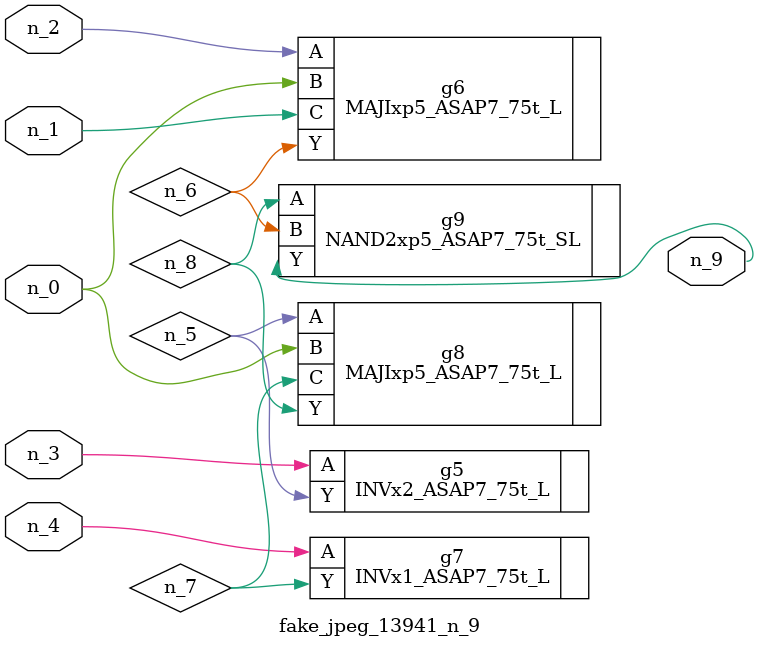
<source format=v>
module fake_jpeg_13941_n_9 (n_3, n_2, n_1, n_0, n_4, n_9);

input n_3;
input n_2;
input n_1;
input n_0;
input n_4;

output n_9;

wire n_8;
wire n_6;
wire n_5;
wire n_7;

INVx2_ASAP7_75t_L g5 ( 
.A(n_3),
.Y(n_5)
);

MAJIxp5_ASAP7_75t_L g6 ( 
.A(n_2),
.B(n_0),
.C(n_1),
.Y(n_6)
);

INVx1_ASAP7_75t_L g7 ( 
.A(n_4),
.Y(n_7)
);

MAJIxp5_ASAP7_75t_L g8 ( 
.A(n_5),
.B(n_0),
.C(n_7),
.Y(n_8)
);

NAND2xp5_ASAP7_75t_SL g9 ( 
.A(n_8),
.B(n_6),
.Y(n_9)
);


endmodule
</source>
